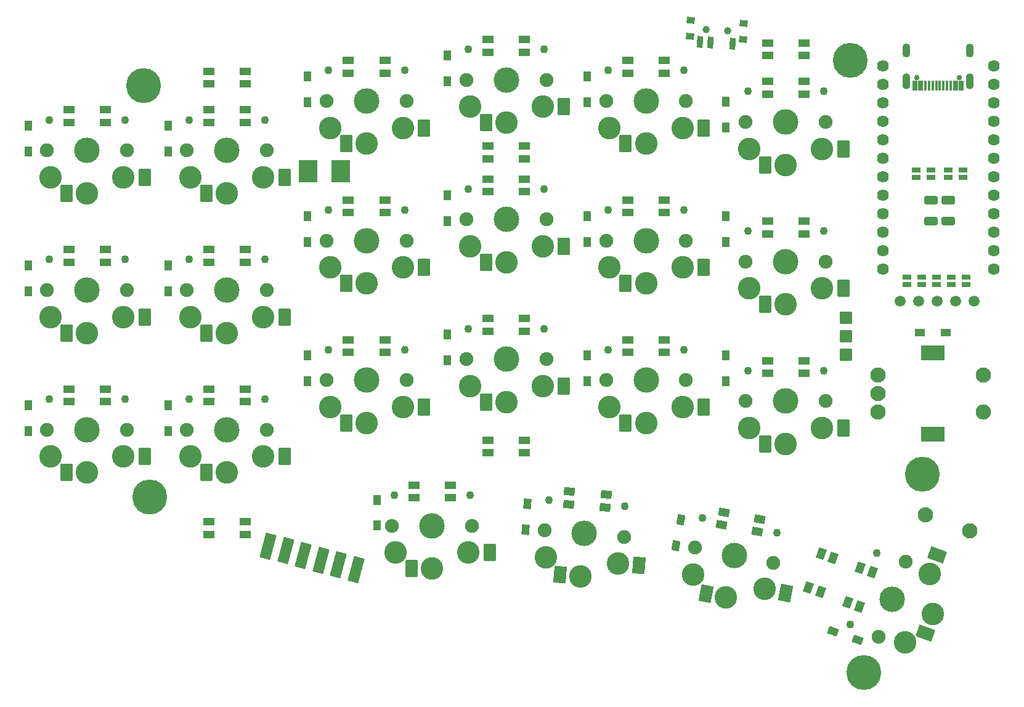
<source format=gts>
G04 #@! TF.GenerationSoftware,KiCad,Pcbnew,7.0.7*
G04 #@! TF.CreationDate,2024-01-28T17:29:48-05:00*
G04 #@! TF.ProjectId,keybear-chocolate,6b657962-6561-4722-9d63-686f636f6c61,v1.0.0*
G04 #@! TF.SameCoordinates,Original*
G04 #@! TF.FileFunction,Soldermask,Top*
G04 #@! TF.FilePolarity,Negative*
%FSLAX46Y46*%
G04 Gerber Fmt 4.6, Leading zero omitted, Abs format (unit mm)*
G04 Created by KiCad (PCBNEW 7.0.7) date 2024-01-28 17:29:48*
%MOMM*%
%LPD*%
G01*
G04 APERTURE LIST*
G04 Aperture macros list*
%AMRoundRect*
0 Rectangle with rounded corners*
0 $1 Rounding radius*
0 $2 $3 $4 $5 $6 $7 $8 $9 X,Y pos of 4 corners*
0 Add a 4 corners polygon primitive as box body*
4,1,4,$2,$3,$4,$5,$6,$7,$8,$9,$2,$3,0*
0 Add four circle primitives for the rounded corners*
1,1,$1+$1,$2,$3*
1,1,$1+$1,$4,$5*
1,1,$1+$1,$6,$7*
1,1,$1+$1,$8,$9*
0 Add four rect primitives between the rounded corners*
20,1,$1+$1,$2,$3,$4,$5,0*
20,1,$1+$1,$4,$5,$6,$7,0*
20,1,$1+$1,$6,$7,$8,$9,0*
20,1,$1+$1,$8,$9,$2,$3,0*%
G04 Aperture macros list end*
%ADD10C,1.900000*%
%ADD11C,1.100000*%
%ADD12C,3.100000*%
%ADD13C,3.500000*%
%ADD14RoundRect,0.050000X0.800000X1.100000X-0.800000X1.100000X-0.800000X-1.100000X0.800000X-1.100000X0*%
%ADD15RoundRect,0.050000X-0.475000X0.650000X-0.475000X-0.650000X0.475000X-0.650000X0.475000X0.650000X0*%
%ADD16RoundRect,0.050000X-0.690000X-0.500000X0.690000X-0.500000X0.690000X0.500000X-0.690000X0.500000X0*%
%ADD17C,4.800000*%
%ADD18C,2.100000*%
%ADD19C,1.497000*%
%ADD20RoundRect,0.050000X0.571500X-0.317500X0.571500X0.317500X-0.571500X0.317500X-0.571500X-0.317500X0*%
%ADD21RoundRect,0.050000X0.233852X-0.819398X0.705840X0.477378X-0.233852X0.819398X-0.705840X-0.477378X0*%
%ADD22RoundRect,0.050000X-1.600000X-1.000000X1.600000X-1.000000X1.600000X1.000000X-1.600000X1.000000X0*%
%ADD23RoundRect,0.050000X1.250000X-1.500000X1.250000X1.500000X-1.250000X1.500000X-1.250000X-1.500000X0*%
%ADD24C,1.624000*%
%ADD25RoundRect,0.050000X-0.760046X1.127976X-1.307278X-0.375532X0.760046X-1.127976X1.307278X0.375532X0*%
%ADD26RoundRect,0.050000X-0.730952X-0.437960X0.643796X-0.558235X0.730952X0.437960X-0.643796X0.558235X0*%
%ADD27RoundRect,0.050000X0.995192X0.927143X-0.575412X1.232437X-0.995192X-0.927143X0.575412X-1.232437X0*%
%ADD28RoundRect,0.050000X-0.571500X0.317500X-0.571500X-0.317500X0.571500X-0.317500X0.571500X0.317500X0*%
%ADD29RoundRect,0.050000X-0.773260X-0.224041X0.448341X-0.668667X0.773260X0.224041X-0.448341X0.668667X0*%
%ADD30RoundRect,0.050000X-0.772727X-0.359155X0.581918X-0.622472X0.772727X0.359155X-0.581918X0.622472X0*%
%ADD31RoundRect,0.050000X-0.650000X-0.475000X0.650000X-0.475000X0.650000X0.475000X-0.650000X0.475000X0*%
%ADD32RoundRect,0.050000X-1.116140X-1.460901X0.236156X-1.823247X1.116140X1.460901X-0.236156X1.823247X0*%
%ADD33RoundRect,0.050000X-0.342247X0.728692X-0.590299X-0.547423X0.342247X-0.728692X0.590299X0.547423X0*%
%ADD34RoundRect,0.050000X-0.762000X-0.762000X0.762000X-0.762000X0.762000X0.762000X-0.762000X0.762000X0*%
%ADD35RoundRect,0.300000X0.625000X-0.312500X0.625000X0.312500X-0.625000X0.312500X-0.625000X-0.312500X0*%
%ADD36RoundRect,0.050000X0.892827X1.026090X-0.701084X1.165539X-0.892827X-1.026090X0.701084X-1.165539X0*%
%ADD37C,0.750000*%
%ADD38RoundRect,0.050000X0.300000X0.620000X-0.300000X0.620000X-0.300000X-0.620000X0.300000X-0.620000X0*%
%ADD39RoundRect,0.050000X0.150000X0.620000X-0.150000X0.620000X-0.150000X-0.620000X0.150000X-0.620000X0*%
%ADD40O,1.100000X2.200000*%
%ADD41O,1.100000X1.900000*%
%ADD42RoundRect,0.050000X-0.416541X0.688926X-0.529844X-0.606128X0.416541X-0.688926X0.529844X0.606128X0*%
%ADD43RoundRect,0.050000X-0.523487X-0.368730X0.474648X-0.429778X0.523487X0.368730X-0.474648X0.429778X0*%
%ADD44C,1.000000*%
%ADD45RoundRect,0.050000X-0.395134X-0.727234X0.303561X-0.769968X0.395134X0.727234X-0.303561X0.769968X0*%
G04 APERTURE END LIST*
D10*
X174700000Y-130800000D03*
D11*
X174420000Y-126600000D03*
D12*
X174200000Y-134500000D03*
X169200000Y-136700000D03*
D13*
X169200000Y-130800000D03*
D12*
X164200000Y-134500000D03*
D11*
X163980000Y-126600000D03*
D10*
X163700000Y-130800000D03*
D14*
X177100000Y-134500000D03*
X166400000Y-136700000D03*
D15*
X237800000Y-139825000D03*
X237800000Y-143375000D03*
D16*
X166685600Y-106025000D03*
X171714400Y-106025000D03*
X171714400Y-107775000D03*
X166685600Y-107775000D03*
D17*
X158623000Y-159258000D03*
D16*
X243485600Y-102115000D03*
X248514400Y-102115000D03*
X248514400Y-103865000D03*
X243485600Y-103865000D03*
D15*
X161100000Y-127425000D03*
X161100000Y-130975000D03*
D10*
X213100000Y-101910000D03*
D11*
X212820000Y-97710000D03*
D12*
X212600000Y-105610000D03*
X207600000Y-107810000D03*
D13*
X207600000Y-101910000D03*
D12*
X202600000Y-105610000D03*
D11*
X202380000Y-97710000D03*
D10*
X202100000Y-101910000D03*
D14*
X215500000Y-105610000D03*
X204800000Y-107810000D03*
D18*
X271278001Y-163925565D03*
X265169999Y-161702435D03*
D15*
X180300000Y-120625000D03*
X180300000Y-124175000D03*
D19*
X261721600Y-132334000D03*
X264261600Y-132334000D03*
X266801600Y-132334000D03*
X269341600Y-132334000D03*
X271881600Y-132334000D03*
D15*
X180300000Y-101425000D03*
X180300000Y-104975000D03*
D16*
X224285600Y-137625000D03*
X229314400Y-137625000D03*
X229314400Y-139375000D03*
X224285600Y-139375000D03*
D10*
X232300000Y-124000000D03*
D11*
X232020000Y-119800000D03*
D12*
X231800000Y-127700000D03*
X226800000Y-129900000D03*
D13*
X226800000Y-124000000D03*
D12*
X221800000Y-127700000D03*
D11*
X221580000Y-119800000D03*
D10*
X221300000Y-124000000D03*
D14*
X234700000Y-127700000D03*
X224000000Y-129900000D03*
D20*
X268351000Y-115300760D03*
X268351000Y-114300000D03*
X270383000Y-115300760D03*
X270383000Y-114300000D03*
D10*
X251500000Y-107690000D03*
D11*
X251220000Y-103490000D03*
D12*
X251000000Y-111390000D03*
X246000000Y-113590000D03*
D13*
X246000000Y-107690000D03*
D12*
X241000000Y-111390000D03*
D11*
X240780000Y-103490000D03*
D10*
X240500000Y-107690000D03*
D14*
X253900000Y-111390000D03*
X243200000Y-113590000D03*
D21*
X254530079Y-173744474D03*
X256250029Y-169018947D03*
X257894491Y-169617482D03*
X256174541Y-174343009D03*
D10*
X174700000Y-150000000D03*
D11*
X174420000Y-145800000D03*
D12*
X174200000Y-153700000D03*
X169200000Y-155900000D03*
D13*
X169200000Y-150000000D03*
D12*
X164200000Y-153700000D03*
D11*
X163980000Y-145800000D03*
D10*
X163700000Y-150000000D03*
D14*
X177100000Y-153700000D03*
X166400000Y-155900000D03*
D16*
X243485600Y-96815000D03*
X248514400Y-96815000D03*
X248514400Y-98565000D03*
X243485600Y-98565000D03*
D15*
X199500000Y-98535000D03*
X199500000Y-102085000D03*
D18*
X258692000Y-142534000D03*
X258692000Y-147534000D03*
X258692000Y-145034000D03*
D22*
X266192000Y-139434000D03*
X266192000Y-150634000D03*
D18*
X273192000Y-147534000D03*
X273192000Y-142534000D03*
D10*
X251500000Y-126890000D03*
D11*
X251220000Y-122690000D03*
D12*
X251000000Y-130590000D03*
X246000000Y-132790000D03*
D13*
X246000000Y-126890000D03*
D12*
X241000000Y-130590000D03*
D11*
X240780000Y-122690000D03*
D10*
X240500000Y-126890000D03*
D14*
X253900000Y-130590000D03*
X243200000Y-132790000D03*
D16*
X166685600Y-162675600D03*
X171714400Y-162675600D03*
X171714400Y-164425600D03*
X166685600Y-164425600D03*
D15*
X237800000Y-104925000D03*
X237800000Y-108475000D03*
D10*
X251500000Y-146090000D03*
D11*
X251220000Y-141890000D03*
D12*
X251000000Y-149790000D03*
X246000000Y-151990000D03*
D13*
X246000000Y-146090000D03*
D12*
X241000000Y-149790000D03*
D11*
X240780000Y-141890000D03*
D10*
X240500000Y-146090000D03*
D14*
X253900000Y-149790000D03*
X243200000Y-151990000D03*
D15*
X141900000Y-127425000D03*
X141900000Y-130975000D03*
D23*
X180340000Y-114427000D03*
X184840000Y-114427000D03*
D17*
X256768600Y-183413400D03*
D10*
X155500000Y-130800000D03*
D11*
X155220000Y-126600000D03*
D12*
X155000000Y-134500000D03*
X150000000Y-136700000D03*
D13*
X150000000Y-130800000D03*
D12*
X145000000Y-134500000D03*
D11*
X144780000Y-126600000D03*
D10*
X144500000Y-130800000D03*
D14*
X157900000Y-134500000D03*
X147200000Y-136700000D03*
D24*
X274556400Y-100012000D03*
X274556400Y-102552000D03*
X274556400Y-105092000D03*
X274556400Y-107632000D03*
X274556400Y-110172000D03*
X274556400Y-112712000D03*
X274556400Y-115252000D03*
X274556400Y-117792000D03*
X274556400Y-120332000D03*
X274556400Y-122872000D03*
X274556400Y-125412000D03*
X274556400Y-127952000D03*
X259336400Y-127952000D03*
X259336400Y-125412000D03*
X259336400Y-122872000D03*
X259336400Y-120332000D03*
X259336400Y-117792000D03*
X259336400Y-115252000D03*
X259336400Y-112712000D03*
X259336400Y-110172000D03*
X259336400Y-107632000D03*
X259336400Y-105092000D03*
X259336400Y-102552000D03*
X259336400Y-100012000D03*
D10*
X262509951Y-168120164D03*
D11*
X258467476Y-166946793D03*
D12*
X265815803Y-169855484D03*
X266173026Y-175306392D03*
D13*
X260628840Y-173288473D03*
D12*
X262395602Y-179252411D03*
D11*
X254896786Y-176757184D03*
D10*
X258747729Y-178456782D03*
D25*
X266773460Y-167224345D03*
X265215370Y-177937531D03*
D10*
X193900000Y-124000000D03*
D11*
X193620000Y-119800000D03*
D12*
X193400000Y-127700000D03*
X188400000Y-129900000D03*
D13*
X188400000Y-124000000D03*
D12*
X183400000Y-127700000D03*
D11*
X183180000Y-119800000D03*
D10*
X182900000Y-124000000D03*
D14*
X196300000Y-127700000D03*
X185600000Y-129900000D03*
D15*
X237800000Y-120625000D03*
X237800000Y-124175000D03*
D26*
X216290100Y-158510420D03*
X221299764Y-158948709D03*
X221147242Y-160692050D03*
X216137578Y-160253761D03*
D10*
X193900000Y-104800000D03*
D11*
X193620000Y-100600000D03*
D12*
X193400000Y-108500000D03*
X188400000Y-110700000D03*
D13*
X188400000Y-104800000D03*
D12*
X183400000Y-108500000D03*
D11*
X183180000Y-100600000D03*
D10*
X182900000Y-104800000D03*
D14*
X196300000Y-108500000D03*
X185600000Y-110700000D03*
D10*
X244304480Y-168337436D03*
D11*
X244831022Y-164161176D03*
D12*
X243107673Y-171874053D03*
X237779757Y-173079587D03*
D13*
X238905530Y-167287987D03*
D12*
X233291401Y-169965963D03*
D11*
X234582834Y-162169130D03*
D10*
X233506580Y-166238538D03*
D27*
X245954391Y-172427399D03*
X235031201Y-172545322D03*
D10*
X232300000Y-104800000D03*
D11*
X232020000Y-100600000D03*
D12*
X231800000Y-108500000D03*
X226800000Y-110700000D03*
D13*
X226800000Y-104800000D03*
D12*
X221800000Y-108500000D03*
D11*
X221580000Y-100600000D03*
D10*
X221300000Y-104800000D03*
D14*
X234700000Y-108500000D03*
X224000000Y-110700000D03*
D17*
X254889000Y-99187000D03*
D28*
X270764000Y-129032000D03*
X270764000Y-130032760D03*
X266700000Y-129039620D03*
X266700000Y-130040380D03*
D15*
X161100000Y-146625000D03*
X161100000Y-150175000D03*
D29*
X252535246Y-177675514D03*
X255871154Y-178889686D03*
D30*
X237501086Y-161335645D03*
X242437493Y-162295185D03*
X242103578Y-164013033D03*
X237167171Y-163053493D03*
D16*
X243485600Y-140515000D03*
X248514400Y-140515000D03*
X248514400Y-142265000D03*
X243485600Y-142265000D03*
D28*
X268732000Y-129039620D03*
X268732000Y-130040380D03*
D16*
X147485600Y-106025000D03*
X152514400Y-106025000D03*
X152514400Y-107775000D03*
X147485600Y-107775000D03*
D10*
X202900000Y-163200000D03*
D11*
X202620000Y-159000000D03*
D12*
X202400000Y-166900000D03*
X197400000Y-169100000D03*
D13*
X197400000Y-163200000D03*
D12*
X192400000Y-166900000D03*
D11*
X192180000Y-159000000D03*
D10*
X191900000Y-163200000D03*
D14*
X205300000Y-166900000D03*
X194600000Y-169100000D03*
D28*
X264668000Y-129032000D03*
X264668000Y-130032760D03*
X262636000Y-129032000D03*
X262636000Y-130032760D03*
D21*
X249142794Y-171735496D03*
X250862744Y-167009969D03*
X252507206Y-167608504D03*
X250787256Y-172334031D03*
D10*
X232300000Y-143200000D03*
D11*
X232020000Y-139000000D03*
D12*
X231800000Y-146900000D03*
X226800000Y-149100000D03*
D13*
X226800000Y-143200000D03*
D12*
X221800000Y-146900000D03*
D11*
X221580000Y-139000000D03*
D10*
X221300000Y-143200000D03*
D14*
X234700000Y-146900000D03*
X224000000Y-149100000D03*
D15*
X218700000Y-101425000D03*
X218700000Y-104975000D03*
D20*
X265938000Y-115300760D03*
X265938000Y-114300000D03*
D15*
X180300000Y-139825000D03*
X180300000Y-143375000D03*
D16*
X224285600Y-99225000D03*
X229314400Y-99225000D03*
X229314400Y-100975000D03*
X224285600Y-100975000D03*
X194885600Y-157625000D03*
X199914400Y-157625000D03*
X199914400Y-159375000D03*
X194885600Y-159375000D03*
X224285600Y-118425000D03*
X229314400Y-118425000D03*
X229314400Y-120175000D03*
X224285600Y-120175000D03*
X185885600Y-137625000D03*
X190914400Y-137625000D03*
X190914400Y-139375000D03*
X185885600Y-139375000D03*
X147485600Y-125225000D03*
X152514400Y-125225000D03*
X152514400Y-126975000D03*
X147485600Y-126975000D03*
D10*
X155500000Y-150000000D03*
D11*
X155220000Y-145800000D03*
D12*
X155000000Y-153700000D03*
X150000000Y-155900000D03*
D13*
X150000000Y-150000000D03*
D12*
X145000000Y-153700000D03*
D11*
X144780000Y-145800000D03*
D10*
X144500000Y-150000000D03*
D14*
X157900000Y-153700000D03*
X147200000Y-155900000D03*
D31*
X264417000Y-136634000D03*
X267967000Y-136634000D03*
D16*
X185885600Y-99225000D03*
X190914400Y-99225000D03*
X190914400Y-100975000D03*
X185885600Y-100975000D03*
D10*
X174700000Y-111600000D03*
D11*
X174420000Y-107400000D03*
D12*
X174200000Y-115300000D03*
X169200000Y-117500000D03*
D13*
X169200000Y-111600000D03*
D12*
X164200000Y-115300000D03*
D11*
X163980000Y-107400000D03*
D10*
X163700000Y-111600000D03*
D14*
X177100000Y-115300000D03*
X166400000Y-117500000D03*
D32*
X186928321Y-169232197D03*
X184513506Y-168585149D03*
X182098692Y-167938102D03*
X179683877Y-167291054D03*
X177269063Y-166644007D03*
X174854248Y-165996959D03*
D10*
X193900000Y-143200000D03*
D11*
X193620000Y-139000000D03*
D12*
X193400000Y-146900000D03*
X188400000Y-149100000D03*
D13*
X188400000Y-143200000D03*
D12*
X183400000Y-146900000D03*
D11*
X183180000Y-139000000D03*
D10*
X182900000Y-143200000D03*
D14*
X196300000Y-146900000D03*
X185600000Y-149100000D03*
D15*
X199500000Y-136935000D03*
X199500000Y-140485000D03*
D17*
X157759400Y-102717600D03*
X264795000Y-156083000D03*
D16*
X205085600Y-115535000D03*
X210114400Y-115535000D03*
X210114400Y-117285000D03*
X205085600Y-117285000D03*
D15*
X141900000Y-108225000D03*
X141900000Y-111775000D03*
D16*
X205085600Y-134735000D03*
X210114400Y-134735000D03*
X210114400Y-136485000D03*
X205085600Y-136485000D03*
D33*
X231598330Y-162429443D03*
X230920958Y-165914219D03*
D34*
X254254000Y-139700000D03*
X254254000Y-137160000D03*
X254254000Y-134620000D03*
D15*
X218700000Y-120625000D03*
X218700000Y-124175000D03*
D20*
X263906000Y-115300760D03*
X263906000Y-114300000D03*
D15*
X141900000Y-146625000D03*
X141900000Y-150175000D03*
D16*
X166685600Y-125225000D03*
X171714400Y-125225000D03*
X171714400Y-126975000D03*
X166685600Y-126975000D03*
D15*
X199500000Y-117735000D03*
X199500000Y-121285000D03*
D16*
X243485600Y-121315000D03*
X248514400Y-121315000D03*
X248514400Y-123065000D03*
X243485600Y-123065000D03*
D35*
X265938000Y-121350500D03*
X265938000Y-118425500D03*
D10*
X223788110Y-164762707D03*
D11*
X223875229Y-160554285D03*
D12*
X222967536Y-168405049D03*
X217794820Y-170160899D03*
D13*
X218309039Y-164283350D03*
D12*
X213005589Y-167533492D03*
D11*
X213474957Y-159644379D03*
D10*
X212829968Y-163803993D03*
D36*
X225856501Y-168657801D03*
X215005475Y-169916863D03*
D16*
X205085600Y-96335000D03*
X210114400Y-96335000D03*
X210114400Y-98085000D03*
X205085600Y-98085000D03*
D37*
X269818600Y-101558600D03*
X264038600Y-101558600D03*
D38*
X270128600Y-102678600D03*
X269328600Y-102678600D03*
D39*
X268178600Y-102678600D03*
X267178600Y-102678600D03*
X266678600Y-102678600D03*
X265678600Y-102678600D03*
D38*
X264528600Y-102678600D03*
X263728600Y-102678600D03*
X263728600Y-102678600D03*
X264528600Y-102678600D03*
D39*
X265178600Y-102678600D03*
X266178600Y-102678600D03*
X267678600Y-102678600D03*
X268678600Y-102678600D03*
D38*
X269328600Y-102678600D03*
X270128600Y-102678600D03*
D40*
X271248600Y-102078600D03*
D41*
X271248600Y-97878600D03*
D40*
X262608600Y-102078600D03*
D41*
X262608600Y-97878600D03*
D16*
X166685600Y-100725000D03*
X171714400Y-100725000D03*
X171714400Y-102475000D03*
X166685600Y-102475000D03*
X185885600Y-118425000D03*
X190914400Y-118425000D03*
X190914400Y-120175000D03*
X185885600Y-120175000D03*
D10*
X155500000Y-111600000D03*
D11*
X155220000Y-107400000D03*
D12*
X155000000Y-115300000D03*
X150000000Y-117500000D03*
D13*
X150000000Y-111600000D03*
D12*
X145000000Y-115300000D03*
D11*
X144780000Y-107400000D03*
D10*
X144500000Y-111600000D03*
D14*
X157900000Y-115300000D03*
X147200000Y-117500000D03*
D16*
X147485600Y-144425000D03*
X152514400Y-144425000D03*
X152514400Y-146175000D03*
X147485600Y-146175000D03*
D10*
X213100000Y-140310000D03*
D11*
X212820000Y-136110000D03*
D12*
X212600000Y-144010000D03*
X207600000Y-146210000D03*
D13*
X207600000Y-140310000D03*
D12*
X202600000Y-144010000D03*
D11*
X202380000Y-136110000D03*
D10*
X202100000Y-140310000D03*
D14*
X215500000Y-144010000D03*
X204800000Y-146210000D03*
D35*
X268351000Y-121350500D03*
X268351000Y-118425500D03*
D10*
X213100000Y-121110000D03*
D11*
X212820000Y-116910000D03*
D12*
X212600000Y-124810000D03*
X207600000Y-127010000D03*
D13*
X207600000Y-121110000D03*
D12*
X202600000Y-124810000D03*
D11*
X202380000Y-116910000D03*
D10*
X202100000Y-121110000D03*
D14*
X215500000Y-124810000D03*
X204800000Y-127010000D03*
D16*
X205085600Y-151435000D03*
X210114400Y-151435000D03*
X210114400Y-153185000D03*
X205085600Y-153185000D03*
D15*
X161100000Y-108225000D03*
X161100000Y-111775000D03*
D16*
X205085600Y-111035000D03*
X210114400Y-111035000D03*
X210114400Y-112785000D03*
X205085600Y-112785000D03*
D15*
X189865000Y-159642000D03*
X189865000Y-163192000D03*
D16*
X166685600Y-144425000D03*
X171714400Y-144425000D03*
X171714400Y-146175000D03*
X166685600Y-146175000D03*
D42*
X210534012Y-160215231D03*
X210224610Y-163751723D03*
D15*
X218700000Y-139825000D03*
X218700000Y-143375000D03*
D43*
X232946816Y-93737546D03*
X232811899Y-95943424D03*
D44*
X235025653Y-94966749D03*
X238020057Y-95149894D03*
D43*
X240233200Y-94183200D03*
X240098283Y-96389078D03*
D45*
X238661213Y-96952398D03*
X235666808Y-96769252D03*
X234169606Y-96677680D03*
M02*

</source>
